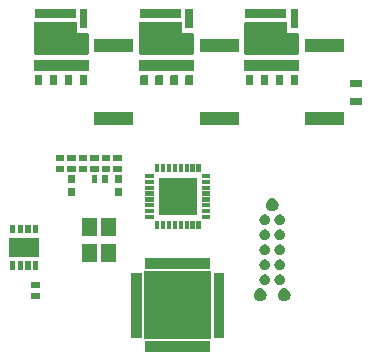
<source format=gbr>
G04 #@! TF.GenerationSoftware,KiCad,Pcbnew,(5.1.5)-3*
G04 #@! TF.CreationDate,2020-08-22T17:19:44-02:30*
G04 #@! TF.ProjectId,Thruster_Controller_V2,54687275-7374-4657-925f-436f6e74726f,rev?*
G04 #@! TF.SameCoordinates,Original*
G04 #@! TF.FileFunction,Soldermask,Bot*
G04 #@! TF.FilePolarity,Negative*
%FSLAX46Y46*%
G04 Gerber Fmt 4.6, Leading zero omitted, Abs format (unit mm)*
G04 Created by KiCad (PCBNEW (5.1.5)-3) date 2020-08-22 17:19:44*
%MOMM*%
%LPD*%
G04 APERTURE LIST*
%ADD10C,0.100000*%
G04 APERTURE END LIST*
D10*
G36*
X102751000Y-113651000D02*
G01*
X97249000Y-113651000D01*
X97249000Y-112749000D01*
X102751000Y-112749000D01*
X102751000Y-113651000D01*
G37*
G36*
X102851000Y-112551000D02*
G01*
X97149000Y-112551000D01*
X97149000Y-106849000D01*
X102851000Y-106849000D01*
X102851000Y-112551000D01*
G37*
G36*
X103951000Y-112451000D02*
G01*
X103049000Y-112451000D01*
X103049000Y-106949000D01*
X103951000Y-106949000D01*
X103951000Y-112451000D01*
G37*
G36*
X96951000Y-112451000D02*
G01*
X96049000Y-112451000D01*
X96049000Y-106949000D01*
X96951000Y-106949000D01*
X96951000Y-112451000D01*
G37*
G36*
X107143350Y-108284694D02*
G01*
X107242770Y-108325875D01*
X107332246Y-108385661D01*
X107408339Y-108461754D01*
X107468125Y-108551230D01*
X107509306Y-108650650D01*
X107530300Y-108756194D01*
X107530300Y-108863806D01*
X107509306Y-108969350D01*
X107468125Y-109068770D01*
X107408339Y-109158246D01*
X107332246Y-109234339D01*
X107242770Y-109294125D01*
X107143350Y-109335306D01*
X107037806Y-109356300D01*
X106930194Y-109356300D01*
X106824650Y-109335306D01*
X106725230Y-109294125D01*
X106635754Y-109234339D01*
X106559661Y-109158246D01*
X106499875Y-109068770D01*
X106458694Y-108969350D01*
X106437700Y-108863806D01*
X106437700Y-108756194D01*
X106458694Y-108650650D01*
X106499875Y-108551230D01*
X106559661Y-108461754D01*
X106635754Y-108385661D01*
X106725230Y-108325875D01*
X106824650Y-108284694D01*
X106930194Y-108263700D01*
X107037806Y-108263700D01*
X107143350Y-108284694D01*
G37*
G36*
X109175350Y-108284694D02*
G01*
X109274770Y-108325875D01*
X109364246Y-108385661D01*
X109440339Y-108461754D01*
X109500125Y-108551230D01*
X109541306Y-108650650D01*
X109562300Y-108756194D01*
X109562300Y-108863806D01*
X109541306Y-108969350D01*
X109500125Y-109068770D01*
X109440339Y-109158246D01*
X109364246Y-109234339D01*
X109274770Y-109294125D01*
X109175350Y-109335306D01*
X109069806Y-109356300D01*
X108962194Y-109356300D01*
X108856650Y-109335306D01*
X108757230Y-109294125D01*
X108667754Y-109234339D01*
X108591661Y-109158246D01*
X108531875Y-109068770D01*
X108490694Y-108969350D01*
X108469700Y-108863806D01*
X108469700Y-108756194D01*
X108490694Y-108650650D01*
X108531875Y-108551230D01*
X108591661Y-108461754D01*
X108667754Y-108385661D01*
X108757230Y-108325875D01*
X108856650Y-108284694D01*
X108962194Y-108263700D01*
X109069806Y-108263700D01*
X109175350Y-108284694D01*
G37*
G36*
X88301000Y-109176000D02*
G01*
X87599000Y-109176000D01*
X87599000Y-108674000D01*
X88301000Y-108674000D01*
X88301000Y-109176000D01*
G37*
G36*
X88301000Y-108276000D02*
G01*
X87599000Y-108276000D01*
X87599000Y-107774000D01*
X88301000Y-107774000D01*
X88301000Y-108276000D01*
G37*
G36*
X107451756Y-107103844D02*
G01*
X107494714Y-107112389D01*
X107575645Y-107145912D01*
X107648480Y-107194579D01*
X107710421Y-107256520D01*
X107759088Y-107329355D01*
X107792611Y-107410286D01*
X107809700Y-107496201D01*
X107809700Y-107583799D01*
X107792611Y-107669714D01*
X107764840Y-107736758D01*
X107759770Y-107749000D01*
X107759088Y-107750645D01*
X107710421Y-107823480D01*
X107648480Y-107885421D01*
X107575645Y-107934088D01*
X107494714Y-107967611D01*
X107451757Y-107976155D01*
X107408801Y-107984700D01*
X107321199Y-107984700D01*
X107278243Y-107976155D01*
X107235286Y-107967611D01*
X107154355Y-107934088D01*
X107081520Y-107885421D01*
X107019579Y-107823480D01*
X106970912Y-107750645D01*
X106970231Y-107749000D01*
X106965160Y-107736758D01*
X106937389Y-107669714D01*
X106920300Y-107583799D01*
X106920300Y-107496201D01*
X106937389Y-107410286D01*
X106970912Y-107329355D01*
X107019579Y-107256520D01*
X107081520Y-107194579D01*
X107154355Y-107145912D01*
X107235286Y-107112389D01*
X107278244Y-107103844D01*
X107321199Y-107095300D01*
X107408801Y-107095300D01*
X107451756Y-107103844D01*
G37*
G36*
X108721756Y-107103844D02*
G01*
X108764714Y-107112389D01*
X108845645Y-107145912D01*
X108918480Y-107194579D01*
X108980421Y-107256520D01*
X109029088Y-107329355D01*
X109062611Y-107410286D01*
X109079700Y-107496201D01*
X109079700Y-107583799D01*
X109062611Y-107669714D01*
X109034840Y-107736758D01*
X109029770Y-107749000D01*
X109029088Y-107750645D01*
X108980421Y-107823480D01*
X108918480Y-107885421D01*
X108845645Y-107934088D01*
X108764714Y-107967611D01*
X108721757Y-107976155D01*
X108678801Y-107984700D01*
X108591199Y-107984700D01*
X108548243Y-107976155D01*
X108505286Y-107967611D01*
X108424355Y-107934088D01*
X108351520Y-107885421D01*
X108289579Y-107823480D01*
X108240912Y-107750645D01*
X108240231Y-107749000D01*
X108235160Y-107736758D01*
X108207389Y-107669714D01*
X108190300Y-107583799D01*
X108190300Y-107496201D01*
X108207389Y-107410286D01*
X108240912Y-107329355D01*
X108289579Y-107256520D01*
X108351520Y-107194579D01*
X108424355Y-107145912D01*
X108505286Y-107112389D01*
X108548244Y-107103844D01*
X108591199Y-107095300D01*
X108678801Y-107095300D01*
X108721756Y-107103844D01*
G37*
G36*
X88201000Y-106726000D02*
G01*
X87749000Y-106726000D01*
X87749000Y-105974000D01*
X88201000Y-105974000D01*
X88201000Y-106726000D01*
G37*
G36*
X87551000Y-106726000D02*
G01*
X87099000Y-106726000D01*
X87099000Y-105974000D01*
X87551000Y-105974000D01*
X87551000Y-106726000D01*
G37*
G36*
X86901000Y-106726000D02*
G01*
X86449000Y-106726000D01*
X86449000Y-105974000D01*
X86901000Y-105974000D01*
X86901000Y-106726000D01*
G37*
G36*
X86251000Y-106726000D02*
G01*
X85799000Y-106726000D01*
X85799000Y-105974000D01*
X86251000Y-105974000D01*
X86251000Y-106726000D01*
G37*
G36*
X108721756Y-105833844D02*
G01*
X108764714Y-105842389D01*
X108845645Y-105875912D01*
X108918480Y-105924579D01*
X108980421Y-105986520D01*
X109029088Y-106059355D01*
X109062611Y-106140286D01*
X109079700Y-106226201D01*
X109079700Y-106313799D01*
X109062611Y-106399714D01*
X109029088Y-106480645D01*
X108980421Y-106553480D01*
X108918480Y-106615421D01*
X108845645Y-106664088D01*
X108764714Y-106697611D01*
X108721757Y-106706155D01*
X108678801Y-106714700D01*
X108591199Y-106714700D01*
X108548244Y-106706156D01*
X108505286Y-106697611D01*
X108424355Y-106664088D01*
X108351520Y-106615421D01*
X108289579Y-106553480D01*
X108240912Y-106480645D01*
X108207389Y-106399714D01*
X108190300Y-106313799D01*
X108190300Y-106226201D01*
X108207389Y-106140286D01*
X108240912Y-106059355D01*
X108289579Y-105986520D01*
X108351520Y-105924579D01*
X108424355Y-105875912D01*
X108505286Y-105842389D01*
X108548244Y-105833844D01*
X108591199Y-105825300D01*
X108678801Y-105825300D01*
X108721756Y-105833844D01*
G37*
G36*
X107451756Y-105833844D02*
G01*
X107494714Y-105842389D01*
X107575645Y-105875912D01*
X107648480Y-105924579D01*
X107710421Y-105986520D01*
X107759088Y-106059355D01*
X107792611Y-106140286D01*
X107809700Y-106226201D01*
X107809700Y-106313799D01*
X107792611Y-106399714D01*
X107759088Y-106480645D01*
X107710421Y-106553480D01*
X107648480Y-106615421D01*
X107575645Y-106664088D01*
X107494714Y-106697611D01*
X107451757Y-106706155D01*
X107408801Y-106714700D01*
X107321199Y-106714700D01*
X107278244Y-106706156D01*
X107235286Y-106697611D01*
X107154355Y-106664088D01*
X107081520Y-106615421D01*
X107019579Y-106553480D01*
X106970912Y-106480645D01*
X106937389Y-106399714D01*
X106920300Y-106313799D01*
X106920300Y-106226201D01*
X106937389Y-106140286D01*
X106970912Y-106059355D01*
X107019579Y-105986520D01*
X107081520Y-105924579D01*
X107154355Y-105875912D01*
X107235286Y-105842389D01*
X107278244Y-105833844D01*
X107321199Y-105825300D01*
X107408801Y-105825300D01*
X107451756Y-105833844D01*
G37*
G36*
X102751000Y-106651000D02*
G01*
X97249000Y-106651000D01*
X97249000Y-105749000D01*
X102751000Y-105749000D01*
X102751000Y-106651000D01*
G37*
G36*
X93201000Y-106026000D02*
G01*
X91899000Y-106026000D01*
X91899000Y-104524000D01*
X93201000Y-104524000D01*
X93201000Y-106026000D01*
G37*
G36*
X94801000Y-106026000D02*
G01*
X93499000Y-106026000D01*
X93499000Y-104524000D01*
X94801000Y-104524000D01*
X94801000Y-106026000D01*
G37*
G36*
X88251000Y-105626000D02*
G01*
X85749000Y-105626000D01*
X85749000Y-103974000D01*
X88251000Y-103974000D01*
X88251000Y-105626000D01*
G37*
G36*
X108721757Y-104563845D02*
G01*
X108764714Y-104572389D01*
X108845645Y-104605912D01*
X108918480Y-104654579D01*
X108980421Y-104716520D01*
X109029088Y-104789355D01*
X109062611Y-104870286D01*
X109079700Y-104956201D01*
X109079700Y-105043799D01*
X109062611Y-105129714D01*
X109029088Y-105210645D01*
X108980421Y-105283480D01*
X108918480Y-105345421D01*
X108845645Y-105394088D01*
X108764714Y-105427611D01*
X108721757Y-105436155D01*
X108678801Y-105444700D01*
X108591199Y-105444700D01*
X108548243Y-105436155D01*
X108505286Y-105427611D01*
X108424355Y-105394088D01*
X108351520Y-105345421D01*
X108289579Y-105283480D01*
X108240912Y-105210645D01*
X108207389Y-105129714D01*
X108190300Y-105043799D01*
X108190300Y-104956201D01*
X108207389Y-104870286D01*
X108240912Y-104789355D01*
X108289579Y-104716520D01*
X108351520Y-104654579D01*
X108424355Y-104605912D01*
X108505286Y-104572389D01*
X108548243Y-104563845D01*
X108591199Y-104555300D01*
X108678801Y-104555300D01*
X108721757Y-104563845D01*
G37*
G36*
X107451757Y-104563845D02*
G01*
X107494714Y-104572389D01*
X107575645Y-104605912D01*
X107648480Y-104654579D01*
X107710421Y-104716520D01*
X107759088Y-104789355D01*
X107792611Y-104870286D01*
X107809700Y-104956201D01*
X107809700Y-105043799D01*
X107792611Y-105129714D01*
X107759088Y-105210645D01*
X107710421Y-105283480D01*
X107648480Y-105345421D01*
X107575645Y-105394088D01*
X107494714Y-105427611D01*
X107451757Y-105436155D01*
X107408801Y-105444700D01*
X107321199Y-105444700D01*
X107278243Y-105436155D01*
X107235286Y-105427611D01*
X107154355Y-105394088D01*
X107081520Y-105345421D01*
X107019579Y-105283480D01*
X106970912Y-105210645D01*
X106937389Y-105129714D01*
X106920300Y-105043799D01*
X106920300Y-104956201D01*
X106937389Y-104870286D01*
X106970912Y-104789355D01*
X107019579Y-104716520D01*
X107081520Y-104654579D01*
X107154355Y-104605912D01*
X107235286Y-104572389D01*
X107278243Y-104563845D01*
X107321199Y-104555300D01*
X107408801Y-104555300D01*
X107451757Y-104563845D01*
G37*
G36*
X107451757Y-103293845D02*
G01*
X107494714Y-103302389D01*
X107575645Y-103335912D01*
X107648480Y-103384579D01*
X107710421Y-103446520D01*
X107759088Y-103519355D01*
X107792611Y-103600286D01*
X107809700Y-103686201D01*
X107809700Y-103773799D01*
X107792611Y-103859714D01*
X107759088Y-103940645D01*
X107710421Y-104013480D01*
X107648480Y-104075421D01*
X107575645Y-104124088D01*
X107494714Y-104157611D01*
X107451756Y-104166156D01*
X107408801Y-104174700D01*
X107321199Y-104174700D01*
X107278244Y-104166156D01*
X107235286Y-104157611D01*
X107154355Y-104124088D01*
X107081520Y-104075421D01*
X107019579Y-104013480D01*
X106970912Y-103940645D01*
X106937389Y-103859714D01*
X106920300Y-103773799D01*
X106920300Y-103686201D01*
X106937389Y-103600286D01*
X106970912Y-103519355D01*
X107019579Y-103446520D01*
X107081520Y-103384579D01*
X107154355Y-103335912D01*
X107235286Y-103302389D01*
X107278243Y-103293845D01*
X107321199Y-103285300D01*
X107408801Y-103285300D01*
X107451757Y-103293845D01*
G37*
G36*
X108721757Y-103293845D02*
G01*
X108764714Y-103302389D01*
X108845645Y-103335912D01*
X108918480Y-103384579D01*
X108980421Y-103446520D01*
X109029088Y-103519355D01*
X109062611Y-103600286D01*
X109079700Y-103686201D01*
X109079700Y-103773799D01*
X109062611Y-103859714D01*
X109029088Y-103940645D01*
X108980421Y-104013480D01*
X108918480Y-104075421D01*
X108845645Y-104124088D01*
X108764714Y-104157611D01*
X108721756Y-104166156D01*
X108678801Y-104174700D01*
X108591199Y-104174700D01*
X108548244Y-104166156D01*
X108505286Y-104157611D01*
X108424355Y-104124088D01*
X108351520Y-104075421D01*
X108289579Y-104013480D01*
X108240912Y-103940645D01*
X108207389Y-103859714D01*
X108190300Y-103773799D01*
X108190300Y-103686201D01*
X108207389Y-103600286D01*
X108240912Y-103519355D01*
X108289579Y-103446520D01*
X108351520Y-103384579D01*
X108424355Y-103335912D01*
X108505286Y-103302389D01*
X108548243Y-103293845D01*
X108591199Y-103285300D01*
X108678801Y-103285300D01*
X108721757Y-103293845D01*
G37*
G36*
X93201000Y-103826000D02*
G01*
X91899000Y-103826000D01*
X91899000Y-102324000D01*
X93201000Y-102324000D01*
X93201000Y-103826000D01*
G37*
G36*
X94801000Y-103826000D02*
G01*
X93499000Y-103826000D01*
X93499000Y-102324000D01*
X94801000Y-102324000D01*
X94801000Y-103826000D01*
G37*
G36*
X86901000Y-103626000D02*
G01*
X86449000Y-103626000D01*
X86449000Y-102874000D01*
X86901000Y-102874000D01*
X86901000Y-103626000D01*
G37*
G36*
X86251000Y-103626000D02*
G01*
X85799000Y-103626000D01*
X85799000Y-102874000D01*
X86251000Y-102874000D01*
X86251000Y-103626000D01*
G37*
G36*
X88201000Y-103626000D02*
G01*
X87749000Y-103626000D01*
X87749000Y-102874000D01*
X88201000Y-102874000D01*
X88201000Y-103626000D01*
G37*
G36*
X87551000Y-103626000D02*
G01*
X87099000Y-103626000D01*
X87099000Y-102874000D01*
X87551000Y-102874000D01*
X87551000Y-103626000D01*
G37*
G36*
X101926000Y-103251000D02*
G01*
X101574000Y-103251000D01*
X101574000Y-102549000D01*
X101926000Y-102549000D01*
X101926000Y-103251000D01*
G37*
G36*
X98426000Y-103251000D02*
G01*
X98074000Y-103251000D01*
X98074000Y-102549000D01*
X98426000Y-102549000D01*
X98426000Y-103251000D01*
G37*
G36*
X98926000Y-103251000D02*
G01*
X98574000Y-103251000D01*
X98574000Y-102549000D01*
X98926000Y-102549000D01*
X98926000Y-103251000D01*
G37*
G36*
X99426000Y-103251000D02*
G01*
X99074000Y-103251000D01*
X99074000Y-102549000D01*
X99426000Y-102549000D01*
X99426000Y-103251000D01*
G37*
G36*
X100426000Y-103251000D02*
G01*
X100074000Y-103251000D01*
X100074000Y-102549000D01*
X100426000Y-102549000D01*
X100426000Y-103251000D01*
G37*
G36*
X100926000Y-103251000D02*
G01*
X100574000Y-103251000D01*
X100574000Y-102549000D01*
X100926000Y-102549000D01*
X100926000Y-103251000D01*
G37*
G36*
X101426000Y-103251000D02*
G01*
X101074000Y-103251000D01*
X101074000Y-102549000D01*
X101426000Y-102549000D01*
X101426000Y-103251000D01*
G37*
G36*
X99926000Y-103251000D02*
G01*
X99574000Y-103251000D01*
X99574000Y-102549000D01*
X99926000Y-102549000D01*
X99926000Y-103251000D01*
G37*
G36*
X108721756Y-102023844D02*
G01*
X108764714Y-102032389D01*
X108845645Y-102065912D01*
X108918480Y-102114579D01*
X108980421Y-102176520D01*
X109029088Y-102249355D01*
X109062611Y-102330286D01*
X109079700Y-102416201D01*
X109079700Y-102503799D01*
X109062611Y-102589714D01*
X109029088Y-102670645D01*
X108980421Y-102743480D01*
X108918480Y-102805421D01*
X108845645Y-102854088D01*
X108764714Y-102887611D01*
X108721756Y-102896156D01*
X108678801Y-102904700D01*
X108591199Y-102904700D01*
X108548244Y-102896156D01*
X108505286Y-102887611D01*
X108424355Y-102854088D01*
X108351520Y-102805421D01*
X108289579Y-102743480D01*
X108240912Y-102670645D01*
X108207389Y-102589714D01*
X108190300Y-102503799D01*
X108190300Y-102416201D01*
X108207389Y-102330286D01*
X108240912Y-102249355D01*
X108289579Y-102176520D01*
X108351520Y-102114579D01*
X108424355Y-102065912D01*
X108505286Y-102032389D01*
X108548244Y-102023844D01*
X108591199Y-102015300D01*
X108678801Y-102015300D01*
X108721756Y-102023844D01*
G37*
G36*
X107451756Y-102023844D02*
G01*
X107494714Y-102032389D01*
X107575645Y-102065912D01*
X107648480Y-102114579D01*
X107710421Y-102176520D01*
X107759088Y-102249355D01*
X107792611Y-102330286D01*
X107809700Y-102416201D01*
X107809700Y-102503799D01*
X107792611Y-102589714D01*
X107759088Y-102670645D01*
X107710421Y-102743480D01*
X107648480Y-102805421D01*
X107575645Y-102854088D01*
X107494714Y-102887611D01*
X107451756Y-102896156D01*
X107408801Y-102904700D01*
X107321199Y-102904700D01*
X107278244Y-102896156D01*
X107235286Y-102887611D01*
X107154355Y-102854088D01*
X107081520Y-102805421D01*
X107019579Y-102743480D01*
X106970912Y-102670645D01*
X106937389Y-102589714D01*
X106920300Y-102503799D01*
X106920300Y-102416201D01*
X106937389Y-102330286D01*
X106970912Y-102249355D01*
X107019579Y-102176520D01*
X107081520Y-102114579D01*
X107154355Y-102065912D01*
X107235286Y-102032389D01*
X107278244Y-102023844D01*
X107321199Y-102015300D01*
X107408801Y-102015300D01*
X107451756Y-102023844D01*
G37*
G36*
X97951000Y-102426000D02*
G01*
X97249000Y-102426000D01*
X97249000Y-102074000D01*
X97951000Y-102074000D01*
X97951000Y-102426000D01*
G37*
G36*
X102751000Y-102426000D02*
G01*
X102049000Y-102426000D01*
X102049000Y-102074000D01*
X102751000Y-102074000D01*
X102751000Y-102426000D01*
G37*
G36*
X101601000Y-102101000D02*
G01*
X98399000Y-102101000D01*
X98399000Y-98899000D01*
X101601000Y-98899000D01*
X101601000Y-102101000D01*
G37*
G36*
X97951000Y-101926000D02*
G01*
X97249000Y-101926000D01*
X97249000Y-101574000D01*
X97951000Y-101574000D01*
X97951000Y-101926000D01*
G37*
G36*
X102751000Y-101926000D02*
G01*
X102049000Y-101926000D01*
X102049000Y-101574000D01*
X102751000Y-101574000D01*
X102751000Y-101926000D01*
G37*
G36*
X108159350Y-100664694D02*
G01*
X108258770Y-100705875D01*
X108348246Y-100765661D01*
X108424339Y-100841754D01*
X108484125Y-100931230D01*
X108525306Y-101030650D01*
X108546300Y-101136194D01*
X108546300Y-101243806D01*
X108525306Y-101349350D01*
X108484125Y-101448770D01*
X108424339Y-101538246D01*
X108348246Y-101614339D01*
X108258770Y-101674125D01*
X108159350Y-101715306D01*
X108053806Y-101736300D01*
X107946194Y-101736300D01*
X107840650Y-101715306D01*
X107741230Y-101674125D01*
X107651754Y-101614339D01*
X107575661Y-101538246D01*
X107515875Y-101448770D01*
X107474694Y-101349350D01*
X107453700Y-101243806D01*
X107453700Y-101136194D01*
X107474694Y-101030650D01*
X107515875Y-100931230D01*
X107575661Y-100841754D01*
X107651754Y-100765661D01*
X107741230Y-100705875D01*
X107840650Y-100664694D01*
X107946194Y-100643700D01*
X108053806Y-100643700D01*
X108159350Y-100664694D01*
G37*
G36*
X97951000Y-101426000D02*
G01*
X97249000Y-101426000D01*
X97249000Y-101074000D01*
X97951000Y-101074000D01*
X97951000Y-101426000D01*
G37*
G36*
X102751000Y-101426000D02*
G01*
X102049000Y-101426000D01*
X102049000Y-101074000D01*
X102751000Y-101074000D01*
X102751000Y-101426000D01*
G37*
G36*
X102751000Y-100926000D02*
G01*
X102049000Y-100926000D01*
X102049000Y-100574000D01*
X102751000Y-100574000D01*
X102751000Y-100926000D01*
G37*
G36*
X97951000Y-100926000D02*
G01*
X97249000Y-100926000D01*
X97249000Y-100574000D01*
X97951000Y-100574000D01*
X97951000Y-100926000D01*
G37*
G36*
X91301000Y-100476000D02*
G01*
X90699000Y-100476000D01*
X90699000Y-99774000D01*
X91301000Y-99774000D01*
X91301000Y-100476000D01*
G37*
G36*
X95251000Y-100476000D02*
G01*
X94649000Y-100476000D01*
X94649000Y-99774000D01*
X95251000Y-99774000D01*
X95251000Y-100476000D01*
G37*
G36*
X97951000Y-100426000D02*
G01*
X97249000Y-100426000D01*
X97249000Y-100074000D01*
X97951000Y-100074000D01*
X97951000Y-100426000D01*
G37*
G36*
X102751000Y-100426000D02*
G01*
X102049000Y-100426000D01*
X102049000Y-100074000D01*
X102751000Y-100074000D01*
X102751000Y-100426000D01*
G37*
G36*
X97951000Y-99926000D02*
G01*
X97249000Y-99926000D01*
X97249000Y-99574000D01*
X97951000Y-99574000D01*
X97951000Y-99926000D01*
G37*
G36*
X102751000Y-99926000D02*
G01*
X102049000Y-99926000D01*
X102049000Y-99574000D01*
X102751000Y-99574000D01*
X102751000Y-99926000D01*
G37*
G36*
X102751000Y-99426000D02*
G01*
X102049000Y-99426000D01*
X102049000Y-99074000D01*
X102751000Y-99074000D01*
X102751000Y-99426000D01*
G37*
G36*
X97951000Y-99426000D02*
G01*
X97249000Y-99426000D01*
X97249000Y-99074000D01*
X97951000Y-99074000D01*
X97951000Y-99426000D01*
G37*
G36*
X94101000Y-99376000D02*
G01*
X93599000Y-99376000D01*
X93599000Y-98674000D01*
X94101000Y-98674000D01*
X94101000Y-99376000D01*
G37*
G36*
X95251000Y-99376000D02*
G01*
X94649000Y-99376000D01*
X94649000Y-98674000D01*
X95251000Y-98674000D01*
X95251000Y-99376000D01*
G37*
G36*
X93201000Y-99376000D02*
G01*
X92699000Y-99376000D01*
X92699000Y-98674000D01*
X93201000Y-98674000D01*
X93201000Y-99376000D01*
G37*
G36*
X91301000Y-99376000D02*
G01*
X90699000Y-99376000D01*
X90699000Y-98674000D01*
X91301000Y-98674000D01*
X91301000Y-99376000D01*
G37*
G36*
X102751000Y-98926000D02*
G01*
X102049000Y-98926000D01*
X102049000Y-98574000D01*
X102751000Y-98574000D01*
X102751000Y-98926000D01*
G37*
G36*
X97951000Y-98926000D02*
G01*
X97249000Y-98926000D01*
X97249000Y-98574000D01*
X97951000Y-98574000D01*
X97951000Y-98926000D01*
G37*
G36*
X99426000Y-98451000D02*
G01*
X99074000Y-98451000D01*
X99074000Y-97749000D01*
X99426000Y-97749000D01*
X99426000Y-98451000D01*
G37*
G36*
X98426000Y-98451000D02*
G01*
X98074000Y-98451000D01*
X98074000Y-97749000D01*
X98426000Y-97749000D01*
X98426000Y-98451000D01*
G37*
G36*
X98926000Y-98451000D02*
G01*
X98574000Y-98451000D01*
X98574000Y-97749000D01*
X98926000Y-97749000D01*
X98926000Y-98451000D01*
G37*
G36*
X99926000Y-98451000D02*
G01*
X99574000Y-98451000D01*
X99574000Y-97749000D01*
X99926000Y-97749000D01*
X99926000Y-98451000D01*
G37*
G36*
X100426000Y-98451000D02*
G01*
X100074000Y-98451000D01*
X100074000Y-97749000D01*
X100426000Y-97749000D01*
X100426000Y-98451000D01*
G37*
G36*
X100926000Y-98451000D02*
G01*
X100574000Y-98451000D01*
X100574000Y-97749000D01*
X100926000Y-97749000D01*
X100926000Y-98451000D01*
G37*
G36*
X101426000Y-98451000D02*
G01*
X101074000Y-98451000D01*
X101074000Y-97749000D01*
X101426000Y-97749000D01*
X101426000Y-98451000D01*
G37*
G36*
X101926000Y-98451000D02*
G01*
X101574000Y-98451000D01*
X101574000Y-97749000D01*
X101926000Y-97749000D01*
X101926000Y-98451000D01*
G37*
G36*
X92326000Y-98401000D02*
G01*
X91624000Y-98401000D01*
X91624000Y-97899000D01*
X92326000Y-97899000D01*
X92326000Y-98401000D01*
G37*
G36*
X90376000Y-98401000D02*
G01*
X89674000Y-98401000D01*
X89674000Y-97899000D01*
X90376000Y-97899000D01*
X90376000Y-98401000D01*
G37*
G36*
X91351000Y-98401000D02*
G01*
X90649000Y-98401000D01*
X90649000Y-97899000D01*
X91351000Y-97899000D01*
X91351000Y-98401000D01*
G37*
G36*
X93301000Y-98401000D02*
G01*
X92599000Y-98401000D01*
X92599000Y-97899000D01*
X93301000Y-97899000D01*
X93301000Y-98401000D01*
G37*
G36*
X95251000Y-98401000D02*
G01*
X94549000Y-98401000D01*
X94549000Y-97899000D01*
X95251000Y-97899000D01*
X95251000Y-98401000D01*
G37*
G36*
X94276000Y-98401000D02*
G01*
X93574000Y-98401000D01*
X93574000Y-97899000D01*
X94276000Y-97899000D01*
X94276000Y-98401000D01*
G37*
G36*
X93301000Y-97501000D02*
G01*
X92599000Y-97501000D01*
X92599000Y-96999000D01*
X93301000Y-96999000D01*
X93301000Y-97501000D01*
G37*
G36*
X94276000Y-97501000D02*
G01*
X93574000Y-97501000D01*
X93574000Y-96999000D01*
X94276000Y-96999000D01*
X94276000Y-97501000D01*
G37*
G36*
X92326000Y-97501000D02*
G01*
X91624000Y-97501000D01*
X91624000Y-96999000D01*
X92326000Y-96999000D01*
X92326000Y-97501000D01*
G37*
G36*
X91351000Y-97501000D02*
G01*
X90649000Y-97501000D01*
X90649000Y-96999000D01*
X91351000Y-96999000D01*
X91351000Y-97501000D01*
G37*
G36*
X90376000Y-97501000D02*
G01*
X89674000Y-97501000D01*
X89674000Y-96999000D01*
X90376000Y-96999000D01*
X90376000Y-97501000D01*
G37*
G36*
X95251000Y-97501000D02*
G01*
X94549000Y-97501000D01*
X94549000Y-96999000D01*
X95251000Y-96999000D01*
X95251000Y-97501000D01*
G37*
G36*
X114051000Y-94451000D02*
G01*
X110749000Y-94451000D01*
X110749000Y-93349000D01*
X114051000Y-93349000D01*
X114051000Y-94451000D01*
G37*
G36*
X96251000Y-94451000D02*
G01*
X92949000Y-94451000D01*
X92949000Y-93349000D01*
X96251000Y-93349000D01*
X96251000Y-94451000D01*
G37*
G36*
X105151000Y-94451000D02*
G01*
X101849000Y-94451000D01*
X101849000Y-93349000D01*
X105151000Y-93349000D01*
X105151000Y-94451000D01*
G37*
G36*
X115576000Y-92726000D02*
G01*
X114574000Y-92726000D01*
X114574000Y-92124000D01*
X115576000Y-92124000D01*
X115576000Y-92726000D01*
G37*
G36*
X115576000Y-91226000D02*
G01*
X114574000Y-91226000D01*
X114574000Y-90624000D01*
X115576000Y-90624000D01*
X115576000Y-91226000D01*
G37*
G36*
X101239690Y-90245625D02*
G01*
X101243437Y-90246762D01*
X101246891Y-90248607D01*
X101249913Y-90251087D01*
X101252393Y-90254109D01*
X101254238Y-90257563D01*
X101255375Y-90261310D01*
X101256000Y-90267654D01*
X101256000Y-91024346D01*
X101255375Y-91030690D01*
X101254238Y-91034437D01*
X101252393Y-91037891D01*
X101249913Y-91040913D01*
X101246891Y-91043393D01*
X101243437Y-91045238D01*
X101239690Y-91046375D01*
X101233346Y-91047000D01*
X100676654Y-91047000D01*
X100670310Y-91046375D01*
X100666563Y-91045238D01*
X100663109Y-91043393D01*
X100660087Y-91040913D01*
X100657607Y-91037891D01*
X100655762Y-91034437D01*
X100654625Y-91030690D01*
X100654000Y-91024346D01*
X100654000Y-90267654D01*
X100654625Y-90261310D01*
X100655762Y-90257563D01*
X100657607Y-90254109D01*
X100660087Y-90251087D01*
X100663109Y-90248607D01*
X100666563Y-90246762D01*
X100670310Y-90245625D01*
X100676654Y-90245000D01*
X101233346Y-90245000D01*
X101239690Y-90245625D01*
G37*
G36*
X106329690Y-90245625D02*
G01*
X106333437Y-90246762D01*
X106336891Y-90248607D01*
X106339913Y-90251087D01*
X106342393Y-90254109D01*
X106344238Y-90257563D01*
X106345375Y-90261310D01*
X106346000Y-90267654D01*
X106346000Y-91024346D01*
X106345375Y-91030690D01*
X106344238Y-91034437D01*
X106342393Y-91037891D01*
X106339913Y-91040913D01*
X106336891Y-91043393D01*
X106333437Y-91045238D01*
X106329690Y-91046375D01*
X106323346Y-91047000D01*
X105766654Y-91047000D01*
X105760310Y-91046375D01*
X105756563Y-91045238D01*
X105753109Y-91043393D01*
X105750087Y-91040913D01*
X105747607Y-91037891D01*
X105745762Y-91034437D01*
X105744625Y-91030690D01*
X105744000Y-91024346D01*
X105744000Y-90267654D01*
X105744625Y-90261310D01*
X105745762Y-90257563D01*
X105747607Y-90254109D01*
X105750087Y-90251087D01*
X105753109Y-90248607D01*
X105756563Y-90246762D01*
X105760310Y-90245625D01*
X105766654Y-90245000D01*
X106323346Y-90245000D01*
X106329690Y-90245625D01*
G37*
G36*
X110139690Y-90245625D02*
G01*
X110143437Y-90246762D01*
X110146891Y-90248607D01*
X110149913Y-90251087D01*
X110152393Y-90254109D01*
X110154238Y-90257563D01*
X110155375Y-90261310D01*
X110156000Y-90267654D01*
X110156000Y-91024346D01*
X110155375Y-91030690D01*
X110154238Y-91034437D01*
X110152393Y-91037891D01*
X110149913Y-91040913D01*
X110146891Y-91043393D01*
X110143437Y-91045238D01*
X110139690Y-91046375D01*
X110133346Y-91047000D01*
X109576654Y-91047000D01*
X109570310Y-91046375D01*
X109566563Y-91045238D01*
X109563109Y-91043393D01*
X109560087Y-91040913D01*
X109557607Y-91037891D01*
X109555762Y-91034437D01*
X109554625Y-91030690D01*
X109554000Y-91024346D01*
X109554000Y-90267654D01*
X109554625Y-90261310D01*
X109555762Y-90257563D01*
X109557607Y-90254109D01*
X109560087Y-90251087D01*
X109563109Y-90248607D01*
X109566563Y-90246762D01*
X109570310Y-90245625D01*
X109576654Y-90245000D01*
X110133346Y-90245000D01*
X110139690Y-90245625D01*
G37*
G36*
X88529690Y-90245625D02*
G01*
X88533437Y-90246762D01*
X88536891Y-90248607D01*
X88539913Y-90251087D01*
X88542393Y-90254109D01*
X88544238Y-90257563D01*
X88545375Y-90261310D01*
X88546000Y-90267654D01*
X88546000Y-91024346D01*
X88545375Y-91030690D01*
X88544238Y-91034437D01*
X88542393Y-91037891D01*
X88539913Y-91040913D01*
X88536891Y-91043393D01*
X88533437Y-91045238D01*
X88529690Y-91046375D01*
X88523346Y-91047000D01*
X87966654Y-91047000D01*
X87960310Y-91046375D01*
X87956563Y-91045238D01*
X87953109Y-91043393D01*
X87950087Y-91040913D01*
X87947607Y-91037891D01*
X87945762Y-91034437D01*
X87944625Y-91030690D01*
X87944000Y-91024346D01*
X87944000Y-90267654D01*
X87944625Y-90261310D01*
X87945762Y-90257563D01*
X87947607Y-90254109D01*
X87950087Y-90251087D01*
X87953109Y-90248607D01*
X87956563Y-90246762D01*
X87960310Y-90245625D01*
X87966654Y-90245000D01*
X88523346Y-90245000D01*
X88529690Y-90245625D01*
G37*
G36*
X91069690Y-90245625D02*
G01*
X91073437Y-90246762D01*
X91076891Y-90248607D01*
X91079913Y-90251087D01*
X91082393Y-90254109D01*
X91084238Y-90257563D01*
X91085375Y-90261310D01*
X91086000Y-90267654D01*
X91086000Y-91024346D01*
X91085375Y-91030690D01*
X91084238Y-91034437D01*
X91082393Y-91037891D01*
X91079913Y-91040913D01*
X91076891Y-91043393D01*
X91073437Y-91045238D01*
X91069690Y-91046375D01*
X91063346Y-91047000D01*
X90506654Y-91047000D01*
X90500310Y-91046375D01*
X90496563Y-91045238D01*
X90493109Y-91043393D01*
X90490087Y-91040913D01*
X90487607Y-91037891D01*
X90485762Y-91034437D01*
X90484625Y-91030690D01*
X90484000Y-91024346D01*
X90484000Y-90267654D01*
X90484625Y-90261310D01*
X90485762Y-90257563D01*
X90487607Y-90254109D01*
X90490087Y-90251087D01*
X90493109Y-90248607D01*
X90496563Y-90246762D01*
X90500310Y-90245625D01*
X90506654Y-90245000D01*
X91063346Y-90245000D01*
X91069690Y-90245625D01*
G37*
G36*
X89799690Y-90245625D02*
G01*
X89803437Y-90246762D01*
X89806891Y-90248607D01*
X89809913Y-90251087D01*
X89812393Y-90254109D01*
X89814238Y-90257563D01*
X89815375Y-90261310D01*
X89816000Y-90267654D01*
X89816000Y-91024346D01*
X89815375Y-91030690D01*
X89814238Y-91034437D01*
X89812393Y-91037891D01*
X89809913Y-91040913D01*
X89806891Y-91043393D01*
X89803437Y-91045238D01*
X89799690Y-91046375D01*
X89793346Y-91047000D01*
X89236654Y-91047000D01*
X89230310Y-91046375D01*
X89226563Y-91045238D01*
X89223109Y-91043393D01*
X89220087Y-91040913D01*
X89217607Y-91037891D01*
X89215762Y-91034437D01*
X89214625Y-91030690D01*
X89214000Y-91024346D01*
X89214000Y-90267654D01*
X89214625Y-90261310D01*
X89215762Y-90257563D01*
X89217607Y-90254109D01*
X89220087Y-90251087D01*
X89223109Y-90248607D01*
X89226563Y-90246762D01*
X89230310Y-90245625D01*
X89236654Y-90245000D01*
X89793346Y-90245000D01*
X89799690Y-90245625D01*
G37*
G36*
X98699690Y-90245625D02*
G01*
X98703437Y-90246762D01*
X98706891Y-90248607D01*
X98709913Y-90251087D01*
X98712393Y-90254109D01*
X98714238Y-90257563D01*
X98715375Y-90261310D01*
X98716000Y-90267654D01*
X98716000Y-91024346D01*
X98715375Y-91030690D01*
X98714238Y-91034437D01*
X98712393Y-91037891D01*
X98709913Y-91040913D01*
X98706891Y-91043393D01*
X98703437Y-91045238D01*
X98699690Y-91046375D01*
X98693346Y-91047000D01*
X98136654Y-91047000D01*
X98130310Y-91046375D01*
X98126563Y-91045238D01*
X98123109Y-91043393D01*
X98120087Y-91040913D01*
X98117607Y-91037891D01*
X98115762Y-91034437D01*
X98114625Y-91030690D01*
X98114000Y-91024346D01*
X98114000Y-90267654D01*
X98114625Y-90261310D01*
X98115762Y-90257563D01*
X98117607Y-90254109D01*
X98120087Y-90251087D01*
X98123109Y-90248607D01*
X98126563Y-90246762D01*
X98130310Y-90245625D01*
X98136654Y-90245000D01*
X98693346Y-90245000D01*
X98699690Y-90245625D01*
G37*
G36*
X99969690Y-90245625D02*
G01*
X99973437Y-90246762D01*
X99976891Y-90248607D01*
X99979913Y-90251087D01*
X99982393Y-90254109D01*
X99984238Y-90257563D01*
X99985375Y-90261310D01*
X99986000Y-90267654D01*
X99986000Y-91024346D01*
X99985375Y-91030690D01*
X99984238Y-91034437D01*
X99982393Y-91037891D01*
X99979913Y-91040913D01*
X99976891Y-91043393D01*
X99973437Y-91045238D01*
X99969690Y-91046375D01*
X99963346Y-91047000D01*
X99406654Y-91047000D01*
X99400310Y-91046375D01*
X99396563Y-91045238D01*
X99393109Y-91043393D01*
X99390087Y-91040913D01*
X99387607Y-91037891D01*
X99385762Y-91034437D01*
X99384625Y-91030690D01*
X99384000Y-91024346D01*
X99384000Y-90267654D01*
X99384625Y-90261310D01*
X99385762Y-90257563D01*
X99387607Y-90254109D01*
X99390087Y-90251087D01*
X99393109Y-90248607D01*
X99396563Y-90246762D01*
X99400310Y-90245625D01*
X99406654Y-90245000D01*
X99963346Y-90245000D01*
X99969690Y-90245625D01*
G37*
G36*
X97429690Y-90245625D02*
G01*
X97433437Y-90246762D01*
X97436891Y-90248607D01*
X97439913Y-90251087D01*
X97442393Y-90254109D01*
X97444238Y-90257563D01*
X97445375Y-90261310D01*
X97446000Y-90267654D01*
X97446000Y-91024346D01*
X97445375Y-91030690D01*
X97444238Y-91034437D01*
X97442393Y-91037891D01*
X97439913Y-91040913D01*
X97436891Y-91043393D01*
X97433437Y-91045238D01*
X97429690Y-91046375D01*
X97423346Y-91047000D01*
X96866654Y-91047000D01*
X96860310Y-91046375D01*
X96856563Y-91045238D01*
X96853109Y-91043393D01*
X96850087Y-91040913D01*
X96847607Y-91037891D01*
X96845762Y-91034437D01*
X96844625Y-91030690D01*
X96844000Y-91024346D01*
X96844000Y-90267654D01*
X96844625Y-90261310D01*
X96845762Y-90257563D01*
X96847607Y-90254109D01*
X96850087Y-90251087D01*
X96853109Y-90248607D01*
X96856563Y-90246762D01*
X96860310Y-90245625D01*
X96866654Y-90245000D01*
X97423346Y-90245000D01*
X97429690Y-90245625D01*
G37*
G36*
X92339690Y-90245625D02*
G01*
X92343437Y-90246762D01*
X92346891Y-90248607D01*
X92349913Y-90251087D01*
X92352393Y-90254109D01*
X92354238Y-90257563D01*
X92355375Y-90261310D01*
X92356000Y-90267654D01*
X92356000Y-91024346D01*
X92355375Y-91030690D01*
X92354238Y-91034437D01*
X92352393Y-91037891D01*
X92349913Y-91040913D01*
X92346891Y-91043393D01*
X92343437Y-91045238D01*
X92339690Y-91046375D01*
X92333346Y-91047000D01*
X91776654Y-91047000D01*
X91770310Y-91046375D01*
X91766563Y-91045238D01*
X91763109Y-91043393D01*
X91760087Y-91040913D01*
X91757607Y-91037891D01*
X91755762Y-91034437D01*
X91754625Y-91030690D01*
X91754000Y-91024346D01*
X91754000Y-90267654D01*
X91754625Y-90261310D01*
X91755762Y-90257563D01*
X91757607Y-90254109D01*
X91760087Y-90251087D01*
X91763109Y-90248607D01*
X91766563Y-90246762D01*
X91770310Y-90245625D01*
X91776654Y-90245000D01*
X92333346Y-90245000D01*
X92339690Y-90245625D01*
G37*
G36*
X107599690Y-90245625D02*
G01*
X107603437Y-90246762D01*
X107606891Y-90248607D01*
X107609913Y-90251087D01*
X107612393Y-90254109D01*
X107614238Y-90257563D01*
X107615375Y-90261310D01*
X107616000Y-90267654D01*
X107616000Y-91024346D01*
X107615375Y-91030690D01*
X107614238Y-91034437D01*
X107612393Y-91037891D01*
X107609913Y-91040913D01*
X107606891Y-91043393D01*
X107603437Y-91045238D01*
X107599690Y-91046375D01*
X107593346Y-91047000D01*
X107036654Y-91047000D01*
X107030310Y-91046375D01*
X107026563Y-91045238D01*
X107023109Y-91043393D01*
X107020087Y-91040913D01*
X107017607Y-91037891D01*
X107015762Y-91034437D01*
X107014625Y-91030690D01*
X107014000Y-91024346D01*
X107014000Y-90267654D01*
X107014625Y-90261310D01*
X107015762Y-90257563D01*
X107017607Y-90254109D01*
X107020087Y-90251087D01*
X107023109Y-90248607D01*
X107026563Y-90246762D01*
X107030310Y-90245625D01*
X107036654Y-90245000D01*
X107593346Y-90245000D01*
X107599690Y-90245625D01*
G37*
G36*
X108869690Y-90245625D02*
G01*
X108873437Y-90246762D01*
X108876891Y-90248607D01*
X108879913Y-90251087D01*
X108882393Y-90254109D01*
X108884238Y-90257563D01*
X108885375Y-90261310D01*
X108886000Y-90267654D01*
X108886000Y-91024346D01*
X108885375Y-91030690D01*
X108884238Y-91034437D01*
X108882393Y-91037891D01*
X108879913Y-91040913D01*
X108876891Y-91043393D01*
X108873437Y-91045238D01*
X108869690Y-91046375D01*
X108863346Y-91047000D01*
X108306654Y-91047000D01*
X108300310Y-91046375D01*
X108296563Y-91045238D01*
X108293109Y-91043393D01*
X108290087Y-91040913D01*
X108287607Y-91037891D01*
X108285762Y-91034437D01*
X108284625Y-91030690D01*
X108284000Y-91024346D01*
X108284000Y-90267654D01*
X108284625Y-90261310D01*
X108285762Y-90257563D01*
X108287607Y-90254109D01*
X108290087Y-90251087D01*
X108293109Y-90248607D01*
X108296563Y-90246762D01*
X108300310Y-90245625D01*
X108306654Y-90245000D01*
X108863346Y-90245000D01*
X108869690Y-90245625D01*
G37*
G36*
X92450771Y-88969229D02*
G01*
X92451000Y-88971556D01*
X92451000Y-89868444D01*
X92450771Y-89870771D01*
X92448444Y-89871000D01*
X87851556Y-89871000D01*
X87849229Y-89870771D01*
X87849000Y-89868444D01*
X87849000Y-88971556D01*
X87849229Y-88969229D01*
X87851556Y-88969000D01*
X92448444Y-88969000D01*
X92450771Y-88969229D01*
G37*
G36*
X110250771Y-88969229D02*
G01*
X110251000Y-88971556D01*
X110251000Y-89868444D01*
X110250771Y-89870771D01*
X110248444Y-89871000D01*
X105651556Y-89871000D01*
X105649229Y-89870771D01*
X105649000Y-89868444D01*
X105649000Y-88971556D01*
X105649229Y-88969229D01*
X105651556Y-88969000D01*
X110248444Y-88969000D01*
X110250771Y-88969229D01*
G37*
G36*
X101350771Y-88969229D02*
G01*
X101351000Y-88971556D01*
X101351000Y-89868444D01*
X101350771Y-89870771D01*
X101348444Y-89871000D01*
X96751556Y-89871000D01*
X96749229Y-89870771D01*
X96749000Y-89868444D01*
X96749000Y-88971556D01*
X96749229Y-88969229D01*
X96751556Y-88969000D01*
X101348444Y-88969000D01*
X101350771Y-88969229D01*
G37*
G36*
X109156277Y-85698880D02*
G01*
X109162359Y-85699479D01*
X109177051Y-85702402D01*
X109181729Y-85703821D01*
X109195572Y-85709555D01*
X109199883Y-85711859D01*
X109212348Y-85720188D01*
X109216119Y-85723283D01*
X109226717Y-85733881D01*
X109229812Y-85737652D01*
X109238141Y-85750117D01*
X109240445Y-85754428D01*
X109246179Y-85768271D01*
X109247598Y-85772949D01*
X109250521Y-85787641D01*
X109251120Y-85793723D01*
X109251489Y-85801233D01*
X109251489Y-86648512D01*
X109252450Y-86658266D01*
X109255295Y-86667646D01*
X109259915Y-86676290D01*
X109266133Y-86683867D01*
X109273710Y-86690085D01*
X109282354Y-86694705D01*
X109291734Y-86697550D01*
X109301488Y-86698511D01*
X110148767Y-86698511D01*
X110156277Y-86698880D01*
X110162359Y-86699479D01*
X110177051Y-86702402D01*
X110181729Y-86703821D01*
X110195572Y-86709555D01*
X110199883Y-86711859D01*
X110212348Y-86720188D01*
X110216119Y-86723283D01*
X110226717Y-86733881D01*
X110229812Y-86737652D01*
X110238141Y-86750117D01*
X110240445Y-86754428D01*
X110246179Y-86768271D01*
X110247598Y-86772949D01*
X110250521Y-86787641D01*
X110251120Y-86793723D01*
X110251489Y-86801233D01*
X110251489Y-88398767D01*
X110251120Y-88406277D01*
X110250521Y-88412359D01*
X110247598Y-88427051D01*
X110246179Y-88431729D01*
X110240445Y-88445572D01*
X110238141Y-88449883D01*
X110229812Y-88462348D01*
X110226717Y-88466119D01*
X110216119Y-88476717D01*
X110212348Y-88479812D01*
X110199883Y-88488141D01*
X110195572Y-88490445D01*
X110181729Y-88496179D01*
X110177051Y-88497598D01*
X110162359Y-88500521D01*
X110156277Y-88501120D01*
X110148767Y-88501489D01*
X105751233Y-88501489D01*
X105743723Y-88501120D01*
X105737641Y-88500521D01*
X105722949Y-88497598D01*
X105718271Y-88496179D01*
X105704428Y-88490445D01*
X105700117Y-88488141D01*
X105687652Y-88479812D01*
X105683881Y-88476717D01*
X105673283Y-88466119D01*
X105670188Y-88462348D01*
X105661859Y-88449883D01*
X105659555Y-88445572D01*
X105653821Y-88431729D01*
X105652402Y-88427051D01*
X105649479Y-88412359D01*
X105648880Y-88406277D01*
X105648511Y-88398767D01*
X105648511Y-85801233D01*
X105648880Y-85793723D01*
X105649479Y-85787641D01*
X105652402Y-85772949D01*
X105653821Y-85768271D01*
X105659555Y-85754428D01*
X105661859Y-85750117D01*
X105670188Y-85737652D01*
X105673283Y-85733881D01*
X105683881Y-85723283D01*
X105687652Y-85720188D01*
X105700117Y-85711859D01*
X105704428Y-85709555D01*
X105718271Y-85703821D01*
X105722949Y-85702402D01*
X105737641Y-85699479D01*
X105743723Y-85698880D01*
X105751233Y-85698511D01*
X109148767Y-85698511D01*
X109156277Y-85698880D01*
G37*
G36*
X100256277Y-85698880D02*
G01*
X100262359Y-85699479D01*
X100277051Y-85702402D01*
X100281729Y-85703821D01*
X100295572Y-85709555D01*
X100299883Y-85711859D01*
X100312348Y-85720188D01*
X100316119Y-85723283D01*
X100326717Y-85733881D01*
X100329812Y-85737652D01*
X100338141Y-85750117D01*
X100340445Y-85754428D01*
X100346179Y-85768271D01*
X100347598Y-85772949D01*
X100350521Y-85787641D01*
X100351120Y-85793723D01*
X100351489Y-85801233D01*
X100351489Y-86648512D01*
X100352450Y-86658266D01*
X100355295Y-86667646D01*
X100359915Y-86676290D01*
X100366133Y-86683867D01*
X100373710Y-86690085D01*
X100382354Y-86694705D01*
X100391734Y-86697550D01*
X100401488Y-86698511D01*
X101248767Y-86698511D01*
X101256277Y-86698880D01*
X101262359Y-86699479D01*
X101277051Y-86702402D01*
X101281729Y-86703821D01*
X101295572Y-86709555D01*
X101299883Y-86711859D01*
X101312348Y-86720188D01*
X101316119Y-86723283D01*
X101326717Y-86733881D01*
X101329812Y-86737652D01*
X101338141Y-86750117D01*
X101340445Y-86754428D01*
X101346179Y-86768271D01*
X101347598Y-86772949D01*
X101350521Y-86787641D01*
X101351120Y-86793723D01*
X101351489Y-86801233D01*
X101351489Y-88398767D01*
X101351120Y-88406277D01*
X101350521Y-88412359D01*
X101347598Y-88427051D01*
X101346179Y-88431729D01*
X101340445Y-88445572D01*
X101338141Y-88449883D01*
X101329812Y-88462348D01*
X101326717Y-88466119D01*
X101316119Y-88476717D01*
X101312348Y-88479812D01*
X101299883Y-88488141D01*
X101295572Y-88490445D01*
X101281729Y-88496179D01*
X101277051Y-88497598D01*
X101262359Y-88500521D01*
X101256277Y-88501120D01*
X101248767Y-88501489D01*
X96851233Y-88501489D01*
X96843723Y-88501120D01*
X96837641Y-88500521D01*
X96822949Y-88497598D01*
X96818271Y-88496179D01*
X96804428Y-88490445D01*
X96800117Y-88488141D01*
X96787652Y-88479812D01*
X96783881Y-88476717D01*
X96773283Y-88466119D01*
X96770188Y-88462348D01*
X96761859Y-88449883D01*
X96759555Y-88445572D01*
X96753821Y-88431729D01*
X96752402Y-88427051D01*
X96749479Y-88412359D01*
X96748880Y-88406277D01*
X96748511Y-88398767D01*
X96748511Y-85801233D01*
X96748880Y-85793723D01*
X96749479Y-85787641D01*
X96752402Y-85772949D01*
X96753821Y-85768271D01*
X96759555Y-85754428D01*
X96761859Y-85750117D01*
X96770188Y-85737652D01*
X96773283Y-85733881D01*
X96783881Y-85723283D01*
X96787652Y-85720188D01*
X96800117Y-85711859D01*
X96804428Y-85709555D01*
X96818271Y-85703821D01*
X96822949Y-85702402D01*
X96837641Y-85699479D01*
X96843723Y-85698880D01*
X96851233Y-85698511D01*
X100248767Y-85698511D01*
X100256277Y-85698880D01*
G37*
G36*
X91356277Y-85698880D02*
G01*
X91362359Y-85699479D01*
X91377051Y-85702402D01*
X91381729Y-85703821D01*
X91395572Y-85709555D01*
X91399883Y-85711859D01*
X91412348Y-85720188D01*
X91416119Y-85723283D01*
X91426717Y-85733881D01*
X91429812Y-85737652D01*
X91438141Y-85750117D01*
X91440445Y-85754428D01*
X91446179Y-85768271D01*
X91447598Y-85772949D01*
X91450521Y-85787641D01*
X91451120Y-85793723D01*
X91451489Y-85801233D01*
X91451489Y-86648512D01*
X91452450Y-86658266D01*
X91455295Y-86667646D01*
X91459915Y-86676290D01*
X91466133Y-86683867D01*
X91473710Y-86690085D01*
X91482354Y-86694705D01*
X91491734Y-86697550D01*
X91501488Y-86698511D01*
X92348767Y-86698511D01*
X92356277Y-86698880D01*
X92362359Y-86699479D01*
X92377051Y-86702402D01*
X92381729Y-86703821D01*
X92395572Y-86709555D01*
X92399883Y-86711859D01*
X92412348Y-86720188D01*
X92416119Y-86723283D01*
X92426717Y-86733881D01*
X92429812Y-86737652D01*
X92438141Y-86750117D01*
X92440445Y-86754428D01*
X92446179Y-86768271D01*
X92447598Y-86772949D01*
X92450521Y-86787641D01*
X92451120Y-86793723D01*
X92451489Y-86801233D01*
X92451489Y-88398767D01*
X92451120Y-88406277D01*
X92450521Y-88412359D01*
X92447598Y-88427051D01*
X92446179Y-88431729D01*
X92440445Y-88445572D01*
X92438141Y-88449883D01*
X92429812Y-88462348D01*
X92426717Y-88466119D01*
X92416119Y-88476717D01*
X92412348Y-88479812D01*
X92399883Y-88488141D01*
X92395572Y-88490445D01*
X92381729Y-88496179D01*
X92377051Y-88497598D01*
X92362359Y-88500521D01*
X92356277Y-88501120D01*
X92348767Y-88501489D01*
X87951233Y-88501489D01*
X87943723Y-88501120D01*
X87937641Y-88500521D01*
X87922949Y-88497598D01*
X87918271Y-88496179D01*
X87904428Y-88490445D01*
X87900117Y-88488141D01*
X87887652Y-88479812D01*
X87883881Y-88476717D01*
X87873283Y-88466119D01*
X87870188Y-88462348D01*
X87861859Y-88449883D01*
X87859555Y-88445572D01*
X87853821Y-88431729D01*
X87852402Y-88427051D01*
X87849479Y-88412359D01*
X87848880Y-88406277D01*
X87848511Y-88398767D01*
X87848511Y-85801233D01*
X87848880Y-85793723D01*
X87849479Y-85787641D01*
X87852402Y-85772949D01*
X87853821Y-85768271D01*
X87859555Y-85754428D01*
X87861859Y-85750117D01*
X87870188Y-85737652D01*
X87873283Y-85733881D01*
X87883881Y-85723283D01*
X87887652Y-85720188D01*
X87900117Y-85711859D01*
X87904428Y-85709555D01*
X87918271Y-85703821D01*
X87922949Y-85702402D01*
X87937641Y-85699479D01*
X87943723Y-85698880D01*
X87951233Y-85698511D01*
X91348767Y-85698511D01*
X91356277Y-85698880D01*
G37*
G36*
X114051000Y-88251000D02*
G01*
X110749000Y-88251000D01*
X110749000Y-87149000D01*
X114051000Y-87149000D01*
X114051000Y-88251000D01*
G37*
G36*
X96251000Y-88251000D02*
G01*
X92949000Y-88251000D01*
X92949000Y-87149000D01*
X96251000Y-87149000D01*
X96251000Y-88251000D01*
G37*
G36*
X105151000Y-88251000D02*
G01*
X101849000Y-88251000D01*
X101849000Y-87149000D01*
X105151000Y-87149000D01*
X105151000Y-88251000D01*
G37*
G36*
X101239690Y-84649625D02*
G01*
X101243437Y-84650762D01*
X101246891Y-84652607D01*
X101249913Y-84655087D01*
X101252393Y-84658109D01*
X101254238Y-84661563D01*
X101255375Y-84665310D01*
X101256000Y-84671654D01*
X101256000Y-86228346D01*
X101255375Y-86234690D01*
X101254238Y-86238437D01*
X101252393Y-86241891D01*
X101249913Y-86244913D01*
X101246891Y-86247393D01*
X101243437Y-86249238D01*
X101239690Y-86250375D01*
X101233346Y-86251000D01*
X100676654Y-86251000D01*
X100670310Y-86250375D01*
X100666563Y-86249238D01*
X100663109Y-86247393D01*
X100660087Y-86244913D01*
X100657607Y-86241891D01*
X100655762Y-86238437D01*
X100654625Y-86234690D01*
X100654000Y-86228346D01*
X100654000Y-84671654D01*
X100654625Y-84665310D01*
X100655762Y-84661563D01*
X100657607Y-84658109D01*
X100660087Y-84655087D01*
X100663109Y-84652607D01*
X100666563Y-84650762D01*
X100670310Y-84649625D01*
X100676654Y-84649000D01*
X101233346Y-84649000D01*
X101239690Y-84649625D01*
G37*
G36*
X110139690Y-84649625D02*
G01*
X110143437Y-84650762D01*
X110146891Y-84652607D01*
X110149913Y-84655087D01*
X110152393Y-84658109D01*
X110154238Y-84661563D01*
X110155375Y-84665310D01*
X110156000Y-84671654D01*
X110156000Y-86228346D01*
X110155375Y-86234690D01*
X110154238Y-86238437D01*
X110152393Y-86241891D01*
X110149913Y-86244913D01*
X110146891Y-86247393D01*
X110143437Y-86249238D01*
X110139690Y-86250375D01*
X110133346Y-86251000D01*
X109576654Y-86251000D01*
X109570310Y-86250375D01*
X109566563Y-86249238D01*
X109563109Y-86247393D01*
X109560087Y-86244913D01*
X109557607Y-86241891D01*
X109555762Y-86238437D01*
X109554625Y-86234690D01*
X109554000Y-86228346D01*
X109554000Y-84671654D01*
X109554625Y-84665310D01*
X109555762Y-84661563D01*
X109557607Y-84658109D01*
X109560087Y-84655087D01*
X109563109Y-84652607D01*
X109566563Y-84650762D01*
X109570310Y-84649625D01*
X109576654Y-84649000D01*
X110133346Y-84649000D01*
X110139690Y-84649625D01*
G37*
G36*
X92339690Y-84649625D02*
G01*
X92343437Y-84650762D01*
X92346891Y-84652607D01*
X92349913Y-84655087D01*
X92352393Y-84658109D01*
X92354238Y-84661563D01*
X92355375Y-84665310D01*
X92356000Y-84671654D01*
X92356000Y-86228346D01*
X92355375Y-86234690D01*
X92354238Y-86238437D01*
X92352393Y-86241891D01*
X92349913Y-86244913D01*
X92346891Y-86247393D01*
X92343437Y-86249238D01*
X92339690Y-86250375D01*
X92333346Y-86251000D01*
X91776654Y-86251000D01*
X91770310Y-86250375D01*
X91766563Y-86249238D01*
X91763109Y-86247393D01*
X91760087Y-86244913D01*
X91757607Y-86241891D01*
X91755762Y-86238437D01*
X91754625Y-86234690D01*
X91754000Y-86228346D01*
X91754000Y-84671654D01*
X91754625Y-84665310D01*
X91755762Y-84661563D01*
X91757607Y-84658109D01*
X91760087Y-84655087D01*
X91763109Y-84652607D01*
X91766563Y-84650762D01*
X91770310Y-84649625D01*
X91776654Y-84649000D01*
X92333346Y-84649000D01*
X92339690Y-84649625D01*
G37*
G36*
X109176643Y-84649817D02*
G01*
X109182266Y-84651523D01*
X109187442Y-84654289D01*
X109191983Y-84658017D01*
X109195711Y-84662558D01*
X109198477Y-84667734D01*
X109200183Y-84673357D01*
X109201000Y-84681654D01*
X109201000Y-85318346D01*
X109200183Y-85326643D01*
X109198477Y-85332266D01*
X109195711Y-85337442D01*
X109191983Y-85341983D01*
X109187442Y-85345711D01*
X109182266Y-85348477D01*
X109176643Y-85350183D01*
X109168346Y-85351000D01*
X105731654Y-85351000D01*
X105723357Y-85350183D01*
X105717734Y-85348477D01*
X105712558Y-85345711D01*
X105708017Y-85341983D01*
X105704289Y-85337442D01*
X105701523Y-85332266D01*
X105699817Y-85326643D01*
X105699000Y-85318346D01*
X105699000Y-84681654D01*
X105699817Y-84673357D01*
X105701523Y-84667734D01*
X105704289Y-84662558D01*
X105708017Y-84658017D01*
X105712558Y-84654289D01*
X105717734Y-84651523D01*
X105723357Y-84649817D01*
X105731654Y-84649000D01*
X109168346Y-84649000D01*
X109176643Y-84649817D01*
G37*
G36*
X91376643Y-84649817D02*
G01*
X91382266Y-84651523D01*
X91387442Y-84654289D01*
X91391983Y-84658017D01*
X91395711Y-84662558D01*
X91398477Y-84667734D01*
X91400183Y-84673357D01*
X91401000Y-84681654D01*
X91401000Y-85318346D01*
X91400183Y-85326643D01*
X91398477Y-85332266D01*
X91395711Y-85337442D01*
X91391983Y-85341983D01*
X91387442Y-85345711D01*
X91382266Y-85348477D01*
X91376643Y-85350183D01*
X91368346Y-85351000D01*
X87931654Y-85351000D01*
X87923357Y-85350183D01*
X87917734Y-85348477D01*
X87912558Y-85345711D01*
X87908017Y-85341983D01*
X87904289Y-85337442D01*
X87901523Y-85332266D01*
X87899817Y-85326643D01*
X87899000Y-85318346D01*
X87899000Y-84681654D01*
X87899817Y-84673357D01*
X87901523Y-84667734D01*
X87904289Y-84662558D01*
X87908017Y-84658017D01*
X87912558Y-84654289D01*
X87917734Y-84651523D01*
X87923357Y-84649817D01*
X87931654Y-84649000D01*
X91368346Y-84649000D01*
X91376643Y-84649817D01*
G37*
G36*
X100276643Y-84649817D02*
G01*
X100282266Y-84651523D01*
X100287442Y-84654289D01*
X100291983Y-84658017D01*
X100295711Y-84662558D01*
X100298477Y-84667734D01*
X100300183Y-84673357D01*
X100301000Y-84681654D01*
X100301000Y-85318346D01*
X100300183Y-85326643D01*
X100298477Y-85332266D01*
X100295711Y-85337442D01*
X100291983Y-85341983D01*
X100287442Y-85345711D01*
X100282266Y-85348477D01*
X100276643Y-85350183D01*
X100268346Y-85351000D01*
X96831654Y-85351000D01*
X96823357Y-85350183D01*
X96817734Y-85348477D01*
X96812558Y-85345711D01*
X96808017Y-85341983D01*
X96804289Y-85337442D01*
X96801523Y-85332266D01*
X96799817Y-85326643D01*
X96799000Y-85318346D01*
X96799000Y-84681654D01*
X96799817Y-84673357D01*
X96801523Y-84667734D01*
X96804289Y-84662558D01*
X96808017Y-84658017D01*
X96812558Y-84654289D01*
X96817734Y-84651523D01*
X96823357Y-84649817D01*
X96831654Y-84649000D01*
X100268346Y-84649000D01*
X100276643Y-84649817D01*
G37*
M02*

</source>
